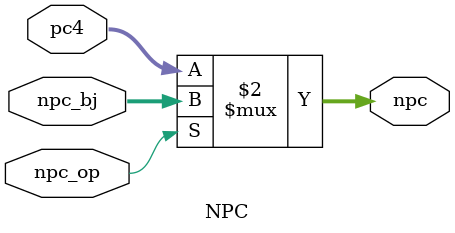
<source format=v>

module NPC(
    input [31:0] pc4,
    input [31:0] npc_bj, // pc+imm(branch/jal) or aluc&-1(jalr)
    input npc_op,
    output [31:0] npc
    );

    assign npc = (npc_op == 1'b0) ? pc4 : npc_bj;

endmodule

</source>
